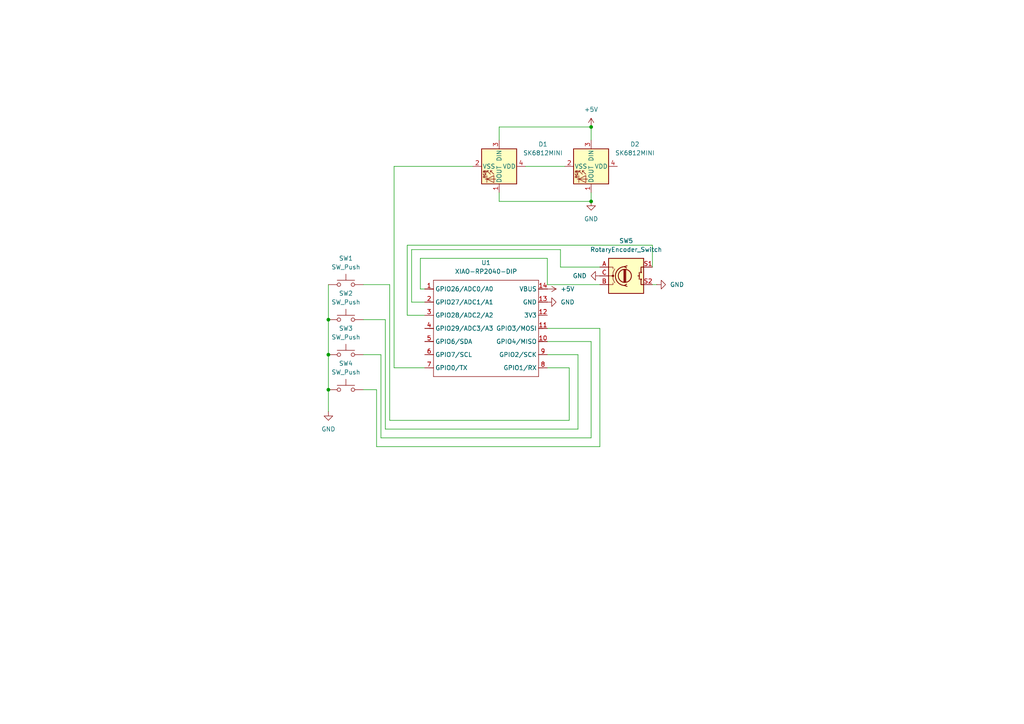
<source format=kicad_sch>
(kicad_sch
	(version 20250114)
	(generator "eeschema")
	(generator_version "9.0")
	(uuid "016a2a0e-5323-46f5-aa6c-36f246300016")
	(paper "A4")
	(lib_symbols
		(symbol "Device:RotaryEncoder_Switch"
			(pin_names
				(offset 0.254)
				(hide yes)
			)
			(exclude_from_sim no)
			(in_bom yes)
			(on_board yes)
			(property "Reference" "SW"
				(at 0 6.604 0)
				(effects
					(font
						(size 1.27 1.27)
					)
				)
			)
			(property "Value" "RotaryEncoder_Switch"
				(at 0 -6.604 0)
				(effects
					(font
						(size 1.27 1.27)
					)
				)
			)
			(property "Footprint" ""
				(at -3.81 4.064 0)
				(effects
					(font
						(size 1.27 1.27)
					)
					(hide yes)
				)
			)
			(property "Datasheet" "~"
				(at 0 6.604 0)
				(effects
					(font
						(size 1.27 1.27)
					)
					(hide yes)
				)
			)
			(property "Description" "Rotary encoder, dual channel, incremental quadrate outputs, with switch"
				(at 0 0 0)
				(effects
					(font
						(size 1.27 1.27)
					)
					(hide yes)
				)
			)
			(property "ki_keywords" "rotary switch encoder switch push button"
				(at 0 0 0)
				(effects
					(font
						(size 1.27 1.27)
					)
					(hide yes)
				)
			)
			(property "ki_fp_filters" "RotaryEncoder*Switch*"
				(at 0 0 0)
				(effects
					(font
						(size 1.27 1.27)
					)
					(hide yes)
				)
			)
			(symbol "RotaryEncoder_Switch_0_1"
				(rectangle
					(start -5.08 5.08)
					(end 5.08 -5.08)
					(stroke
						(width 0.254)
						(type default)
					)
					(fill
						(type background)
					)
				)
				(polyline
					(pts
						(xy -5.08 2.54) (xy -3.81 2.54) (xy -3.81 2.032)
					)
					(stroke
						(width 0)
						(type default)
					)
					(fill
						(type none)
					)
				)
				(polyline
					(pts
						(xy -5.08 0) (xy -3.81 0) (xy -3.81 -1.016) (xy -3.302 -2.032)
					)
					(stroke
						(width 0)
						(type default)
					)
					(fill
						(type none)
					)
				)
				(polyline
					(pts
						(xy -5.08 -2.54) (xy -3.81 -2.54) (xy -3.81 -2.032)
					)
					(stroke
						(width 0)
						(type default)
					)
					(fill
						(type none)
					)
				)
				(polyline
					(pts
						(xy -4.318 0) (xy -3.81 0) (xy -3.81 1.016) (xy -3.302 2.032)
					)
					(stroke
						(width 0)
						(type default)
					)
					(fill
						(type none)
					)
				)
				(circle
					(center -3.81 0)
					(radius 0.254)
					(stroke
						(width 0)
						(type default)
					)
					(fill
						(type outline)
					)
				)
				(polyline
					(pts
						(xy -0.635 -1.778) (xy -0.635 1.778)
					)
					(stroke
						(width 0.254)
						(type default)
					)
					(fill
						(type none)
					)
				)
				(circle
					(center -0.381 0)
					(radius 1.905)
					(stroke
						(width 0.254)
						(type default)
					)
					(fill
						(type none)
					)
				)
				(polyline
					(pts
						(xy -0.381 -1.778) (xy -0.381 1.778)
					)
					(stroke
						(width 0.254)
						(type default)
					)
					(fill
						(type none)
					)
				)
				(arc
					(start -0.381 -2.794)
					(mid -3.0988 -0.0635)
					(end -0.381 2.667)
					(stroke
						(width 0.254)
						(type default)
					)
					(fill
						(type none)
					)
				)
				(polyline
					(pts
						(xy -0.127 1.778) (xy -0.127 -1.778)
					)
					(stroke
						(width 0.254)
						(type default)
					)
					(fill
						(type none)
					)
				)
				(polyline
					(pts
						(xy 0.254 2.921) (xy -0.508 2.667) (xy 0.127 2.286)
					)
					(stroke
						(width 0.254)
						(type default)
					)
					(fill
						(type none)
					)
				)
				(polyline
					(pts
						(xy 0.254 -3.048) (xy -0.508 -2.794) (xy 0.127 -2.413)
					)
					(stroke
						(width 0.254)
						(type default)
					)
					(fill
						(type none)
					)
				)
				(polyline
					(pts
						(xy 3.81 1.016) (xy 3.81 -1.016)
					)
					(stroke
						(width 0.254)
						(type default)
					)
					(fill
						(type none)
					)
				)
				(polyline
					(pts
						(xy 3.81 0) (xy 3.429 0)
					)
					(stroke
						(width 0.254)
						(type default)
					)
					(fill
						(type none)
					)
				)
				(circle
					(center 4.318 1.016)
					(radius 0.127)
					(stroke
						(width 0.254)
						(type default)
					)
					(fill
						(type none)
					)
				)
				(circle
					(center 4.318 -1.016)
					(radius 0.127)
					(stroke
						(width 0.254)
						(type default)
					)
					(fill
						(type none)
					)
				)
				(polyline
					(pts
						(xy 5.08 2.54) (xy 4.318 2.54) (xy 4.318 1.016)
					)
					(stroke
						(width 0.254)
						(type default)
					)
					(fill
						(type none)
					)
				)
				(polyline
					(pts
						(xy 5.08 -2.54) (xy 4.318 -2.54) (xy 4.318 -1.016)
					)
					(stroke
						(width 0.254)
						(type default)
					)
					(fill
						(type none)
					)
				)
			)
			(symbol "RotaryEncoder_Switch_1_1"
				(pin passive line
					(at -7.62 2.54 0)
					(length 2.54)
					(name "A"
						(effects
							(font
								(size 1.27 1.27)
							)
						)
					)
					(number "A"
						(effects
							(font
								(size 1.27 1.27)
							)
						)
					)
				)
				(pin passive line
					(at -7.62 0 0)
					(length 2.54)
					(name "C"
						(effects
							(font
								(size 1.27 1.27)
							)
						)
					)
					(number "C"
						(effects
							(font
								(size 1.27 1.27)
							)
						)
					)
				)
				(pin passive line
					(at -7.62 -2.54 0)
					(length 2.54)
					(name "B"
						(effects
							(font
								(size 1.27 1.27)
							)
						)
					)
					(number "B"
						(effects
							(font
								(size 1.27 1.27)
							)
						)
					)
				)
				(pin passive line
					(at 7.62 2.54 180)
					(length 2.54)
					(name "S1"
						(effects
							(font
								(size 1.27 1.27)
							)
						)
					)
					(number "S1"
						(effects
							(font
								(size 1.27 1.27)
							)
						)
					)
				)
				(pin passive line
					(at 7.62 -2.54 180)
					(length 2.54)
					(name "S2"
						(effects
							(font
								(size 1.27 1.27)
							)
						)
					)
					(number "S2"
						(effects
							(font
								(size 1.27 1.27)
							)
						)
					)
				)
			)
			(embedded_fonts no)
		)
		(symbol "LED:SK6812MINI"
			(pin_names
				(offset 0.254)
			)
			(exclude_from_sim no)
			(in_bom yes)
			(on_board yes)
			(property "Reference" "D"
				(at 5.08 5.715 0)
				(effects
					(font
						(size 1.27 1.27)
					)
					(justify right bottom)
				)
			)
			(property "Value" "SK6812MINI"
				(at 1.27 -5.715 0)
				(effects
					(font
						(size 1.27 1.27)
					)
					(justify left top)
				)
			)
			(property "Footprint" "LED_SMD:LED_SK6812MINI_PLCC4_3.5x3.5mm_P1.75mm"
				(at 1.27 -7.62 0)
				(effects
					(font
						(size 1.27 1.27)
					)
					(justify left top)
					(hide yes)
				)
			)
			(property "Datasheet" "https://cdn-shop.adafruit.com/product-files/2686/SK6812MINI_REV.01-1-2.pdf"
				(at 2.54 -9.525 0)
				(effects
					(font
						(size 1.27 1.27)
					)
					(justify left top)
					(hide yes)
				)
			)
			(property "Description" "RGB LED with integrated controller"
				(at 0 0 0)
				(effects
					(font
						(size 1.27 1.27)
					)
					(hide yes)
				)
			)
			(property "ki_keywords" "RGB LED NeoPixel Mini addressable"
				(at 0 0 0)
				(effects
					(font
						(size 1.27 1.27)
					)
					(hide yes)
				)
			)
			(property "ki_fp_filters" "LED*SK6812MINI*PLCC*3.5x3.5mm*P1.75mm*"
				(at 0 0 0)
				(effects
					(font
						(size 1.27 1.27)
					)
					(hide yes)
				)
			)
			(symbol "SK6812MINI_0_0"
				(text "RGB"
					(at 2.286 -4.191 0)
					(effects
						(font
							(size 0.762 0.762)
						)
					)
				)
			)
			(symbol "SK6812MINI_0_1"
				(polyline
					(pts
						(xy 1.27 -2.54) (xy 1.778 -2.54)
					)
					(stroke
						(width 0)
						(type default)
					)
					(fill
						(type none)
					)
				)
				(polyline
					(pts
						(xy 1.27 -3.556) (xy 1.778 -3.556)
					)
					(stroke
						(width 0)
						(type default)
					)
					(fill
						(type none)
					)
				)
				(polyline
					(pts
						(xy 2.286 -1.524) (xy 1.27 -2.54) (xy 1.27 -2.032)
					)
					(stroke
						(width 0)
						(type default)
					)
					(fill
						(type none)
					)
				)
				(polyline
					(pts
						(xy 2.286 -2.54) (xy 1.27 -3.556) (xy 1.27 -3.048)
					)
					(stroke
						(width 0)
						(type default)
					)
					(fill
						(type none)
					)
				)
				(polyline
					(pts
						(xy 3.683 -1.016) (xy 3.683 -3.556) (xy 3.683 -4.064)
					)
					(stroke
						(width 0)
						(type default)
					)
					(fill
						(type none)
					)
				)
				(polyline
					(pts
						(xy 4.699 -1.524) (xy 2.667 -1.524) (xy 3.683 -3.556) (xy 4.699 -1.524)
					)
					(stroke
						(width 0)
						(type default)
					)
					(fill
						(type none)
					)
				)
				(polyline
					(pts
						(xy 4.699 -3.556) (xy 2.667 -3.556)
					)
					(stroke
						(width 0)
						(type default)
					)
					(fill
						(type none)
					)
				)
				(rectangle
					(start 5.08 5.08)
					(end -5.08 -5.08)
					(stroke
						(width 0.254)
						(type default)
					)
					(fill
						(type background)
					)
				)
			)
			(symbol "SK6812MINI_1_1"
				(pin input line
					(at -7.62 0 0)
					(length 2.54)
					(name "DIN"
						(effects
							(font
								(size 1.27 1.27)
							)
						)
					)
					(number "3"
						(effects
							(font
								(size 1.27 1.27)
							)
						)
					)
				)
				(pin power_in line
					(at 0 7.62 270)
					(length 2.54)
					(name "VDD"
						(effects
							(font
								(size 1.27 1.27)
							)
						)
					)
					(number "4"
						(effects
							(font
								(size 1.27 1.27)
							)
						)
					)
				)
				(pin power_in line
					(at 0 -7.62 90)
					(length 2.54)
					(name "VSS"
						(effects
							(font
								(size 1.27 1.27)
							)
						)
					)
					(number "2"
						(effects
							(font
								(size 1.27 1.27)
							)
						)
					)
				)
				(pin output line
					(at 7.62 0 180)
					(length 2.54)
					(name "DOUT"
						(effects
							(font
								(size 1.27 1.27)
							)
						)
					)
					(number "1"
						(effects
							(font
								(size 1.27 1.27)
							)
						)
					)
				)
			)
			(embedded_fonts no)
		)
		(symbol "OPL Library:XIAO-RP2040-DIP"
			(exclude_from_sim no)
			(in_bom yes)
			(on_board yes)
			(property "Reference" "U"
				(at 0 0 0)
				(effects
					(font
						(size 1.27 1.27)
					)
				)
			)
			(property "Value" "XIAO-RP2040-DIP"
				(at 5.334 -1.778 0)
				(effects
					(font
						(size 1.27 1.27)
					)
				)
			)
			(property "Footprint" "Module:MOUDLE14P-XIAO-DIP-SMD"
				(at 14.478 -32.258 0)
				(effects
					(font
						(size 1.27 1.27)
					)
					(hide yes)
				)
			)
			(property "Datasheet" ""
				(at 0 0 0)
				(effects
					(font
						(size 1.27 1.27)
					)
					(hide yes)
				)
			)
			(property "Description" ""
				(at 0 0 0)
				(effects
					(font
						(size 1.27 1.27)
					)
					(hide yes)
				)
			)
			(symbol "XIAO-RP2040-DIP_1_0"
				(polyline
					(pts
						(xy -1.27 -2.54) (xy 29.21 -2.54)
					)
					(stroke
						(width 0.1524)
						(type solid)
					)
					(fill
						(type none)
					)
				)
				(polyline
					(pts
						(xy -1.27 -5.08) (xy -2.54 -5.08)
					)
					(stroke
						(width 0.1524)
						(type solid)
					)
					(fill
						(type none)
					)
				)
				(polyline
					(pts
						(xy -1.27 -5.08) (xy -1.27 -2.54)
					)
					(stroke
						(width 0.1524)
						(type solid)
					)
					(fill
						(type none)
					)
				)
				(polyline
					(pts
						(xy -1.27 -8.89) (xy -2.54 -8.89)
					)
					(stroke
						(width 0.1524)
						(type solid)
					)
					(fill
						(type none)
					)
				)
				(polyline
					(pts
						(xy -1.27 -8.89) (xy -1.27 -5.08)
					)
					(stroke
						(width 0.1524)
						(type solid)
					)
					(fill
						(type none)
					)
				)
				(polyline
					(pts
						(xy -1.27 -12.7) (xy -2.54 -12.7)
					)
					(stroke
						(width 0.1524)
						(type solid)
					)
					(fill
						(type none)
					)
				)
				(polyline
					(pts
						(xy -1.27 -12.7) (xy -1.27 -8.89)
					)
					(stroke
						(width 0.1524)
						(type solid)
					)
					(fill
						(type none)
					)
				)
				(polyline
					(pts
						(xy -1.27 -16.51) (xy -2.54 -16.51)
					)
					(stroke
						(width 0.1524)
						(type solid)
					)
					(fill
						(type none)
					)
				)
				(polyline
					(pts
						(xy -1.27 -16.51) (xy -1.27 -12.7)
					)
					(stroke
						(width 0.1524)
						(type solid)
					)
					(fill
						(type none)
					)
				)
				(polyline
					(pts
						(xy -1.27 -20.32) (xy -2.54 -20.32)
					)
					(stroke
						(width 0.1524)
						(type solid)
					)
					(fill
						(type none)
					)
				)
				(polyline
					(pts
						(xy -1.27 -24.13) (xy -2.54 -24.13)
					)
					(stroke
						(width 0.1524)
						(type solid)
					)
					(fill
						(type none)
					)
				)
				(polyline
					(pts
						(xy -1.27 -27.94) (xy -2.54 -27.94)
					)
					(stroke
						(width 0.1524)
						(type solid)
					)
					(fill
						(type none)
					)
				)
				(polyline
					(pts
						(xy -1.27 -30.48) (xy -1.27 -16.51)
					)
					(stroke
						(width 0.1524)
						(type solid)
					)
					(fill
						(type none)
					)
				)
				(polyline
					(pts
						(xy 29.21 -2.54) (xy 29.21 -5.08)
					)
					(stroke
						(width 0.1524)
						(type solid)
					)
					(fill
						(type none)
					)
				)
				(polyline
					(pts
						(xy 29.21 -5.08) (xy 29.21 -8.89)
					)
					(stroke
						(width 0.1524)
						(type solid)
					)
					(fill
						(type none)
					)
				)
				(polyline
					(pts
						(xy 29.21 -8.89) (xy 29.21 -12.7)
					)
					(stroke
						(width 0.1524)
						(type solid)
					)
					(fill
						(type none)
					)
				)
				(polyline
					(pts
						(xy 29.21 -12.7) (xy 29.21 -30.48)
					)
					(stroke
						(width 0.1524)
						(type solid)
					)
					(fill
						(type none)
					)
				)
				(polyline
					(pts
						(xy 29.21 -30.48) (xy -1.27 -30.48)
					)
					(stroke
						(width 0.1524)
						(type solid)
					)
					(fill
						(type none)
					)
				)
				(polyline
					(pts
						(xy 30.48 -5.08) (xy 29.21 -5.08)
					)
					(stroke
						(width 0.1524)
						(type solid)
					)
					(fill
						(type none)
					)
				)
				(polyline
					(pts
						(xy 30.48 -8.89) (xy 29.21 -8.89)
					)
					(stroke
						(width 0.1524)
						(type solid)
					)
					(fill
						(type none)
					)
				)
				(polyline
					(pts
						(xy 30.48 -12.7) (xy 29.21 -12.7)
					)
					(stroke
						(width 0.1524)
						(type solid)
					)
					(fill
						(type none)
					)
				)
				(polyline
					(pts
						(xy 30.48 -16.51) (xy 29.21 -16.51)
					)
					(stroke
						(width 0.1524)
						(type solid)
					)
					(fill
						(type none)
					)
				)
				(polyline
					(pts
						(xy 30.48 -20.32) (xy 29.21 -20.32)
					)
					(stroke
						(width 0.1524)
						(type solid)
					)
					(fill
						(type none)
					)
				)
				(polyline
					(pts
						(xy 30.48 -24.13) (xy 29.21 -24.13)
					)
					(stroke
						(width 0.1524)
						(type solid)
					)
					(fill
						(type none)
					)
				)
				(polyline
					(pts
						(xy 30.48 -27.94) (xy 29.21 -27.94)
					)
					(stroke
						(width 0.1524)
						(type solid)
					)
					(fill
						(type none)
					)
				)
				(pin passive line
					(at -3.81 -5.08 0)
					(length 2.54)
					(name "GPIO26/ADC0/A0"
						(effects
							(font
								(size 1.27 1.27)
							)
						)
					)
					(number "1"
						(effects
							(font
								(size 1.27 1.27)
							)
						)
					)
				)
				(pin passive line
					(at -3.81 -8.89 0)
					(length 2.54)
					(name "GPIO27/ADC1/A1"
						(effects
							(font
								(size 1.27 1.27)
							)
						)
					)
					(number "2"
						(effects
							(font
								(size 1.27 1.27)
							)
						)
					)
				)
				(pin passive line
					(at -3.81 -12.7 0)
					(length 2.54)
					(name "GPIO28/ADC2/A2"
						(effects
							(font
								(size 1.27 1.27)
							)
						)
					)
					(number "3"
						(effects
							(font
								(size 1.27 1.27)
							)
						)
					)
				)
				(pin passive line
					(at -3.81 -16.51 0)
					(length 2.54)
					(name "GPIO29/ADC3/A3"
						(effects
							(font
								(size 1.27 1.27)
							)
						)
					)
					(number "4"
						(effects
							(font
								(size 1.27 1.27)
							)
						)
					)
				)
				(pin passive line
					(at -3.81 -20.32 0)
					(length 2.54)
					(name "GPIO6/SDA"
						(effects
							(font
								(size 1.27 1.27)
							)
						)
					)
					(number "5"
						(effects
							(font
								(size 1.27 1.27)
							)
						)
					)
				)
				(pin passive line
					(at -3.81 -24.13 0)
					(length 2.54)
					(name "GPIO7/SCL"
						(effects
							(font
								(size 1.27 1.27)
							)
						)
					)
					(number "6"
						(effects
							(font
								(size 1.27 1.27)
							)
						)
					)
				)
				(pin passive line
					(at -3.81 -27.94 0)
					(length 2.54)
					(name "GPIO0/TX"
						(effects
							(font
								(size 1.27 1.27)
							)
						)
					)
					(number "7"
						(effects
							(font
								(size 1.27 1.27)
							)
						)
					)
				)
				(pin passive line
					(at 31.75 -5.08 180)
					(length 2.54)
					(name "VBUS"
						(effects
							(font
								(size 1.27 1.27)
							)
						)
					)
					(number "14"
						(effects
							(font
								(size 1.27 1.27)
							)
						)
					)
				)
				(pin passive line
					(at 31.75 -8.89 180)
					(length 2.54)
					(name "GND"
						(effects
							(font
								(size 1.27 1.27)
							)
						)
					)
					(number "13"
						(effects
							(font
								(size 1.27 1.27)
							)
						)
					)
				)
				(pin passive line
					(at 31.75 -12.7 180)
					(length 2.54)
					(name "3V3"
						(effects
							(font
								(size 1.27 1.27)
							)
						)
					)
					(number "12"
						(effects
							(font
								(size 1.27 1.27)
							)
						)
					)
				)
				(pin passive line
					(at 31.75 -16.51 180)
					(length 2.54)
					(name "GPIO3/MOSI"
						(effects
							(font
								(size 1.27 1.27)
							)
						)
					)
					(number "11"
						(effects
							(font
								(size 1.27 1.27)
							)
						)
					)
				)
				(pin passive line
					(at 31.75 -20.32 180)
					(length 2.54)
					(name "GPIO4/MISO"
						(effects
							(font
								(size 1.27 1.27)
							)
						)
					)
					(number "10"
						(effects
							(font
								(size 1.27 1.27)
							)
						)
					)
				)
				(pin passive line
					(at 31.75 -24.13 180)
					(length 2.54)
					(name "GPIO2/SCK"
						(effects
							(font
								(size 1.27 1.27)
							)
						)
					)
					(number "9"
						(effects
							(font
								(size 1.27 1.27)
							)
						)
					)
				)
				(pin passive line
					(at 31.75 -27.94 180)
					(length 2.54)
					(name "GPIO1/RX"
						(effects
							(font
								(size 1.27 1.27)
							)
						)
					)
					(number "8"
						(effects
							(font
								(size 1.27 1.27)
							)
						)
					)
				)
			)
			(embedded_fonts no)
		)
		(symbol "Switch:SW_Push"
			(pin_numbers
				(hide yes)
			)
			(pin_names
				(offset 1.016)
				(hide yes)
			)
			(exclude_from_sim no)
			(in_bom yes)
			(on_board yes)
			(property "Reference" "SW"
				(at 1.27 2.54 0)
				(effects
					(font
						(size 1.27 1.27)
					)
					(justify left)
				)
			)
			(property "Value" "SW_Push"
				(at 0 -1.524 0)
				(effects
					(font
						(size 1.27 1.27)
					)
				)
			)
			(property "Footprint" ""
				(at 0 5.08 0)
				(effects
					(font
						(size 1.27 1.27)
					)
					(hide yes)
				)
			)
			(property "Datasheet" "~"
				(at 0 5.08 0)
				(effects
					(font
						(size 1.27 1.27)
					)
					(hide yes)
				)
			)
			(property "Description" "Push button switch, generic, two pins"
				(at 0 0 0)
				(effects
					(font
						(size 1.27 1.27)
					)
					(hide yes)
				)
			)
			(property "ki_keywords" "switch normally-open pushbutton push-button"
				(at 0 0 0)
				(effects
					(font
						(size 1.27 1.27)
					)
					(hide yes)
				)
			)
			(symbol "SW_Push_0_1"
				(circle
					(center -2.032 0)
					(radius 0.508)
					(stroke
						(width 0)
						(type default)
					)
					(fill
						(type none)
					)
				)
				(polyline
					(pts
						(xy 0 1.27) (xy 0 3.048)
					)
					(stroke
						(width 0)
						(type default)
					)
					(fill
						(type none)
					)
				)
				(circle
					(center 2.032 0)
					(radius 0.508)
					(stroke
						(width 0)
						(type default)
					)
					(fill
						(type none)
					)
				)
				(polyline
					(pts
						(xy 2.54 1.27) (xy -2.54 1.27)
					)
					(stroke
						(width 0)
						(type default)
					)
					(fill
						(type none)
					)
				)
				(pin passive line
					(at -5.08 0 0)
					(length 2.54)
					(name "1"
						(effects
							(font
								(size 1.27 1.27)
							)
						)
					)
					(number "1"
						(effects
							(font
								(size 1.27 1.27)
							)
						)
					)
				)
				(pin passive line
					(at 5.08 0 180)
					(length 2.54)
					(name "2"
						(effects
							(font
								(size 1.27 1.27)
							)
						)
					)
					(number "2"
						(effects
							(font
								(size 1.27 1.27)
							)
						)
					)
				)
			)
			(embedded_fonts no)
		)
		(symbol "power:+5V"
			(power)
			(pin_numbers
				(hide yes)
			)
			(pin_names
				(offset 0)
				(hide yes)
			)
			(exclude_from_sim no)
			(in_bom yes)
			(on_board yes)
			(property "Reference" "#PWR"
				(at 0 -3.81 0)
				(effects
					(font
						(size 1.27 1.27)
					)
					(hide yes)
				)
			)
			(property "Value" "+5V"
				(at 0 3.556 0)
				(effects
					(font
						(size 1.27 1.27)
					)
				)
			)
			(property "Footprint" ""
				(at 0 0 0)
				(effects
					(font
						(size 1.27 1.27)
					)
					(hide yes)
				)
			)
			(property "Datasheet" ""
				(at 0 0 0)
				(effects
					(font
						(size 1.27 1.27)
					)
					(hide yes)
				)
			)
			(property "Description" "Power symbol creates a global label with name \"+5V\""
				(at 0 0 0)
				(effects
					(font
						(size 1.27 1.27)
					)
					(hide yes)
				)
			)
			(property "ki_keywords" "global power"
				(at 0 0 0)
				(effects
					(font
						(size 1.27 1.27)
					)
					(hide yes)
				)
			)
			(symbol "+5V_0_1"
				(polyline
					(pts
						(xy -0.762 1.27) (xy 0 2.54)
					)
					(stroke
						(width 0)
						(type default)
					)
					(fill
						(type none)
					)
				)
				(polyline
					(pts
						(xy 0 2.54) (xy 0.762 1.27)
					)
					(stroke
						(width 0)
						(type default)
					)
					(fill
						(type none)
					)
				)
				(polyline
					(pts
						(xy 0 0) (xy 0 2.54)
					)
					(stroke
						(width 0)
						(type default)
					)
					(fill
						(type none)
					)
				)
			)
			(symbol "+5V_1_1"
				(pin power_in line
					(at 0 0 90)
					(length 0)
					(name "~"
						(effects
							(font
								(size 1.27 1.27)
							)
						)
					)
					(number "1"
						(effects
							(font
								(size 1.27 1.27)
							)
						)
					)
				)
			)
			(embedded_fonts no)
		)
		(symbol "power:GND"
			(power)
			(pin_numbers
				(hide yes)
			)
			(pin_names
				(offset 0)
				(hide yes)
			)
			(exclude_from_sim no)
			(in_bom yes)
			(on_board yes)
			(property "Reference" "#PWR"
				(at 0 -6.35 0)
				(effects
					(font
						(size 1.27 1.27)
					)
					(hide yes)
				)
			)
			(property "Value" "GND"
				(at 0 -3.81 0)
				(effects
					(font
						(size 1.27 1.27)
					)
				)
			)
			(property "Footprint" ""
				(at 0 0 0)
				(effects
					(font
						(size 1.27 1.27)
					)
					(hide yes)
				)
			)
			(property "Datasheet" ""
				(at 0 0 0)
				(effects
					(font
						(size 1.27 1.27)
					)
					(hide yes)
				)
			)
			(property "Description" "Power symbol creates a global label with name \"GND\" , ground"
				(at 0 0 0)
				(effects
					(font
						(size 1.27 1.27)
					)
					(hide yes)
				)
			)
			(property "ki_keywords" "global power"
				(at 0 0 0)
				(effects
					(font
						(size 1.27 1.27)
					)
					(hide yes)
				)
			)
			(symbol "GND_0_1"
				(polyline
					(pts
						(xy 0 0) (xy 0 -1.27) (xy 1.27 -1.27) (xy 0 -2.54) (xy -1.27 -1.27) (xy 0 -1.27)
					)
					(stroke
						(width 0)
						(type default)
					)
					(fill
						(type none)
					)
				)
			)
			(symbol "GND_1_1"
				(pin power_in line
					(at 0 0 270)
					(length 0)
					(name "~"
						(effects
							(font
								(size 1.27 1.27)
							)
						)
					)
					(number "1"
						(effects
							(font
								(size 1.27 1.27)
							)
						)
					)
				)
			)
			(embedded_fonts no)
		)
	)
	(junction
		(at 171.45 58.42)
		(diameter 0)
		(color 0 0 0 0)
		(uuid "2eb51b93-afa2-43f2-8f75-8c4903c54cf5")
	)
	(junction
		(at 171.45 36.83)
		(diameter 0)
		(color 0 0 0 0)
		(uuid "6522107b-eb5f-4798-b48b-53cd42ed67b3")
	)
	(junction
		(at 95.25 113.03)
		(diameter 0)
		(color 0 0 0 0)
		(uuid "a6018bc9-5773-4219-a3fa-1eb728dc20a5")
	)
	(junction
		(at 95.25 102.87)
		(diameter 0)
		(color 0 0 0 0)
		(uuid "cd17561c-b38e-44dc-8fd9-3bdb84ce9a61")
	)
	(junction
		(at 95.25 92.71)
		(diameter 0)
		(color 0 0 0 0)
		(uuid "ff9a8b61-db8c-493f-b5bc-a860d8388c40")
	)
	(wire
		(pts
			(xy 158.75 82.55) (xy 158.75 74.93)
		)
		(stroke
			(width 0)
			(type default)
		)
		(uuid "0d07e58e-5c83-4cc7-8af2-c68309e2f0a9")
	)
	(wire
		(pts
			(xy 158.75 74.93) (xy 121.92 74.93)
		)
		(stroke
			(width 0)
			(type default)
		)
		(uuid "0f1fc613-dec6-427f-8b97-5eb208ba9e3c")
	)
	(wire
		(pts
			(xy 114.3 106.68) (xy 123.19 106.68)
		)
		(stroke
			(width 0)
			(type default)
		)
		(uuid "19b8880a-4026-4cf3-8439-a3d5f4f5ad44")
	)
	(wire
		(pts
			(xy 121.92 83.82) (xy 123.19 83.82)
		)
		(stroke
			(width 0)
			(type default)
		)
		(uuid "19ee80e1-f131-4cb7-9e6f-c5429844d25c")
	)
	(wire
		(pts
			(xy 118.11 71.12) (xy 118.11 91.44)
		)
		(stroke
			(width 0)
			(type default)
		)
		(uuid "22d8ebe8-bb2b-4e17-b73f-d656a0840d25")
	)
	(wire
		(pts
			(xy 173.99 129.54) (xy 173.99 95.25)
		)
		(stroke
			(width 0)
			(type default)
		)
		(uuid "22da17af-7ca2-477b-afed-36dff9beaedc")
	)
	(wire
		(pts
			(xy 119.38 87.63) (xy 123.19 87.63)
		)
		(stroke
			(width 0)
			(type default)
		)
		(uuid "292b4646-5d56-47db-b718-7891e2346352")
	)
	(wire
		(pts
			(xy 165.1 121.92) (xy 165.1 106.68)
		)
		(stroke
			(width 0)
			(type default)
		)
		(uuid "323bc1b1-f234-4c24-acc1-b51518cd4b5f")
	)
	(wire
		(pts
			(xy 144.78 36.83) (xy 144.78 40.64)
		)
		(stroke
			(width 0)
			(type default)
		)
		(uuid "389f832a-ec11-461a-9219-05565c76a658")
	)
	(wire
		(pts
			(xy 95.25 102.87) (xy 95.25 113.03)
		)
		(stroke
			(width 0)
			(type default)
		)
		(uuid "39c0b945-00cd-4588-ae96-08c8bf064768")
	)
	(wire
		(pts
			(xy 109.22 113.03) (xy 109.22 129.54)
		)
		(stroke
			(width 0)
			(type default)
		)
		(uuid "3e4780ec-4c84-4096-af47-69d9378a0a80")
	)
	(wire
		(pts
			(xy 114.3 48.26) (xy 137.16 48.26)
		)
		(stroke
			(width 0)
			(type default)
		)
		(uuid "445ce891-9e4b-41af-8036-d84c60408e0d")
	)
	(wire
		(pts
			(xy 105.41 82.55) (xy 113.03 82.55)
		)
		(stroke
			(width 0)
			(type default)
		)
		(uuid "45e9f3f1-8f48-49c3-94b4-f906194c65b1")
	)
	(wire
		(pts
			(xy 173.99 82.55) (xy 158.75 82.55)
		)
		(stroke
			(width 0)
			(type default)
		)
		(uuid "4a6310b0-a846-4425-abe3-f94779b3ad1a")
	)
	(wire
		(pts
			(xy 171.45 58.42) (xy 144.78 58.42)
		)
		(stroke
			(width 0)
			(type default)
		)
		(uuid "59b35d76-e9aa-4d84-ab40-5942ef96d3c1")
	)
	(wire
		(pts
			(xy 95.25 92.71) (xy 95.25 102.87)
		)
		(stroke
			(width 0)
			(type default)
		)
		(uuid "61678227-7218-4b03-8bae-ba4d1c7c3cbe")
	)
	(wire
		(pts
			(xy 171.45 36.83) (xy 171.45 40.64)
		)
		(stroke
			(width 0)
			(type default)
		)
		(uuid "62ec228c-531f-4830-8b76-352378fecd5a")
	)
	(wire
		(pts
			(xy 105.41 102.87) (xy 110.49 102.87)
		)
		(stroke
			(width 0)
			(type default)
		)
		(uuid "63c6ce6f-8e18-43f8-9b43-1514ae9e88d7")
	)
	(wire
		(pts
			(xy 111.76 92.71) (xy 111.76 124.46)
		)
		(stroke
			(width 0)
			(type default)
		)
		(uuid "6b32cf48-9b20-40da-8484-4831e62ee7bd")
	)
	(wire
		(pts
			(xy 95.25 82.55) (xy 95.25 92.71)
		)
		(stroke
			(width 0)
			(type default)
		)
		(uuid "6bb649e1-d587-4efc-a820-14e8320ccf98")
	)
	(wire
		(pts
			(xy 167.64 124.46) (xy 167.64 102.87)
		)
		(stroke
			(width 0)
			(type default)
		)
		(uuid "6c4469b8-34bd-44ab-83a2-6d9d2679ca76")
	)
	(wire
		(pts
			(xy 119.38 72.39) (xy 119.38 87.63)
		)
		(stroke
			(width 0)
			(type default)
		)
		(uuid "6fc4c424-178f-4a34-885b-50c4a902cec2")
	)
	(wire
		(pts
			(xy 167.64 102.87) (xy 158.75 102.87)
		)
		(stroke
			(width 0)
			(type default)
		)
		(uuid "71a946c9-a5c4-4834-9942-9eff60a3bbf7")
	)
	(wire
		(pts
			(xy 144.78 58.42) (xy 144.78 55.88)
		)
		(stroke
			(width 0)
			(type default)
		)
		(uuid "71f314d0-5484-49d9-983a-7fb7b6591b5f")
	)
	(wire
		(pts
			(xy 189.23 71.12) (xy 118.11 71.12)
		)
		(stroke
			(width 0)
			(type default)
		)
		(uuid "7442fea8-cba8-416f-9541-6ed6e5df0fe5")
	)
	(wire
		(pts
			(xy 173.99 95.25) (xy 158.75 95.25)
		)
		(stroke
			(width 0)
			(type default)
		)
		(uuid "75c09235-934c-421e-886b-805be485fb17")
	)
	(wire
		(pts
			(xy 171.45 55.88) (xy 171.45 58.42)
		)
		(stroke
			(width 0)
			(type default)
		)
		(uuid "79a7a591-9c8c-4fa7-9e2c-9adb49f72654")
	)
	(wire
		(pts
			(xy 118.11 91.44) (xy 123.19 91.44)
		)
		(stroke
			(width 0)
			(type default)
		)
		(uuid "89e98a6e-206c-4d0b-a695-3d158c7806c4")
	)
	(wire
		(pts
			(xy 173.99 77.47) (xy 162.56 77.47)
		)
		(stroke
			(width 0)
			(type default)
		)
		(uuid "8def4ef0-758e-4d8b-b57f-f55abbd0b015")
	)
	(wire
		(pts
			(xy 110.49 127) (xy 171.45 127)
		)
		(stroke
			(width 0)
			(type default)
		)
		(uuid "8fe7d6ca-2f93-48cd-b92a-c9b1a4d231ec")
	)
	(wire
		(pts
			(xy 152.4 48.26) (xy 163.83 48.26)
		)
		(stroke
			(width 0)
			(type default)
		)
		(uuid "94ed8a30-80f2-41df-8f1d-31f83c1fa36d")
	)
	(wire
		(pts
			(xy 162.56 77.47) (xy 162.56 72.39)
		)
		(stroke
			(width 0)
			(type default)
		)
		(uuid "a3f9b616-76df-4fc5-80b8-71c29ab75b64")
	)
	(wire
		(pts
			(xy 110.49 102.87) (xy 110.49 127)
		)
		(stroke
			(width 0)
			(type default)
		)
		(uuid "ac26cadb-0681-4ab0-be2f-9c580e39f186")
	)
	(wire
		(pts
			(xy 113.03 121.92) (xy 165.1 121.92)
		)
		(stroke
			(width 0)
			(type default)
		)
		(uuid "ade80a23-7804-4146-b12d-280bf3567be2")
	)
	(wire
		(pts
			(xy 171.45 99.06) (xy 158.75 99.06)
		)
		(stroke
			(width 0)
			(type default)
		)
		(uuid "ae19df95-ef0c-49f1-ab93-98593527aba7")
	)
	(wire
		(pts
			(xy 165.1 106.68) (xy 158.75 106.68)
		)
		(stroke
			(width 0)
			(type default)
		)
		(uuid "b57d9539-3bdd-4021-8748-c8a313da9425")
	)
	(wire
		(pts
			(xy 113.03 82.55) (xy 113.03 121.92)
		)
		(stroke
			(width 0)
			(type default)
		)
		(uuid "b860b07d-c767-4069-81ac-e00e3d192ef4")
	)
	(wire
		(pts
			(xy 114.3 48.26) (xy 114.3 106.68)
		)
		(stroke
			(width 0)
			(type default)
		)
		(uuid "c160dc81-bdd1-47c0-9d4a-3b66f2b0d5cf")
	)
	(wire
		(pts
			(xy 121.92 74.93) (xy 121.92 83.82)
		)
		(stroke
			(width 0)
			(type default)
		)
		(uuid "c4efa453-f497-434e-9861-89951b7d2495")
	)
	(wire
		(pts
			(xy 111.76 124.46) (xy 167.64 124.46)
		)
		(stroke
			(width 0)
			(type default)
		)
		(uuid "c64572cc-3a73-4608-80e2-36a16aaec0de")
	)
	(wire
		(pts
			(xy 162.56 72.39) (xy 119.38 72.39)
		)
		(stroke
			(width 0)
			(type default)
		)
		(uuid "c661334d-a8b6-4991-99fd-328b2d6fe3fc")
	)
	(wire
		(pts
			(xy 189.23 77.47) (xy 189.23 71.12)
		)
		(stroke
			(width 0)
			(type default)
		)
		(uuid "caaf7fb8-c322-40e5-a9e7-4f4304670cf0")
	)
	(wire
		(pts
			(xy 95.25 113.03) (xy 95.25 119.38)
		)
		(stroke
			(width 0)
			(type default)
		)
		(uuid "d84d3fd1-4d7d-49bc-9157-b8e583800c74")
	)
	(wire
		(pts
			(xy 171.45 36.83) (xy 144.78 36.83)
		)
		(stroke
			(width 0)
			(type default)
		)
		(uuid "de9f377a-95fa-4efd-b958-5e19abad27e1")
	)
	(wire
		(pts
			(xy 105.41 113.03) (xy 109.22 113.03)
		)
		(stroke
			(width 0)
			(type default)
		)
		(uuid "e1d757ec-703a-49a0-84ba-bca54cdb844d")
	)
	(wire
		(pts
			(xy 171.45 127) (xy 171.45 99.06)
		)
		(stroke
			(width 0)
			(type default)
		)
		(uuid "e5d75822-f3f4-4c20-8255-4f3f9f4a1585")
	)
	(wire
		(pts
			(xy 109.22 129.54) (xy 173.99 129.54)
		)
		(stroke
			(width 0)
			(type default)
		)
		(uuid "e9875915-9fe8-42d8-b2bf-d9f4c909528b")
	)
	(wire
		(pts
			(xy 105.41 92.71) (xy 111.76 92.71)
		)
		(stroke
			(width 0)
			(type default)
		)
		(uuid "ec55b1a9-7735-44ba-86be-3156c738ede5")
	)
	(wire
		(pts
			(xy 189.23 82.55) (xy 190.5 82.55)
		)
		(stroke
			(width 0)
			(type default)
		)
		(uuid "fcf68ca0-520b-4adf-8da7-dd2a3f2244d1")
	)
	(symbol
		(lib_id "power:+5V")
		(at 171.45 36.83 0)
		(unit 1)
		(exclude_from_sim no)
		(in_bom yes)
		(on_board yes)
		(dnp no)
		(fields_autoplaced yes)
		(uuid "0105f3b9-8772-4e4f-a81a-73a87b6449e3")
		(property "Reference" "#PWR01"
			(at 171.45 40.64 0)
			(effects
				(font
					(size 1.27 1.27)
				)
				(hide yes)
			)
		)
		(property "Value" "+5V"
			(at 171.45 31.75 0)
			(effects
				(font
					(size 1.27 1.27)
				)
			)
		)
		(property "Footprint" ""
			(at 171.45 36.83 0)
			(effects
				(font
					(size 1.27 1.27)
				)
				(hide yes)
			)
		)
		(property "Datasheet" ""
			(at 171.45 36.83 0)
			(effects
				(font
					(size 1.27 1.27)
				)
				(hide yes)
			)
		)
		(property "Description" "Power symbol creates a global label with name \"+5V\""
			(at 171.45 36.83 0)
			(effects
				(font
					(size 1.27 1.27)
				)
				(hide yes)
			)
		)
		(pin "1"
			(uuid "6879df42-964e-441a-b202-49e998ad1afd")
		)
		(instances
			(project ""
				(path "/016a2a0e-5323-46f5-aa6c-36f246300016"
					(reference "#PWR01")
					(unit 1)
				)
			)
		)
	)
	(symbol
		(lib_id "power:+5V")
		(at 158.75 83.82 270)
		(unit 1)
		(exclude_from_sim no)
		(in_bom yes)
		(on_board yes)
		(dnp no)
		(fields_autoplaced yes)
		(uuid "1ea91c0b-6999-44d1-9a22-e78a058e3782")
		(property "Reference" "#PWR04"
			(at 154.94 83.82 0)
			(effects
				(font
					(size 1.27 1.27)
				)
				(hide yes)
			)
		)
		(property "Value" "+5V"
			(at 162.56 83.8199 90)
			(effects
				(font
					(size 1.27 1.27)
				)
				(justify left)
			)
		)
		(property "Footprint" ""
			(at 158.75 83.82 0)
			(effects
				(font
					(size 1.27 1.27)
				)
				(hide yes)
			)
		)
		(property "Datasheet" ""
			(at 158.75 83.82 0)
			(effects
				(font
					(size 1.27 1.27)
				)
				(hide yes)
			)
		)
		(property "Description" "Power symbol creates a global label with name \"+5V\""
			(at 158.75 83.82 0)
			(effects
				(font
					(size 1.27 1.27)
				)
				(hide yes)
			)
		)
		(pin "1"
			(uuid "79243541-afe7-4983-b371-00cb5703a643")
		)
		(instances
			(project "minikeyboard"
				(path "/016a2a0e-5323-46f5-aa6c-36f246300016"
					(reference "#PWR04")
					(unit 1)
				)
			)
		)
	)
	(symbol
		(lib_id "power:GND")
		(at 190.5 82.55 90)
		(unit 1)
		(exclude_from_sim no)
		(in_bom yes)
		(on_board yes)
		(dnp no)
		(fields_autoplaced yes)
		(uuid "202738b1-f02f-484b-b9e6-7e9db01d2adf")
		(property "Reference" "#PWR07"
			(at 196.85 82.55 0)
			(effects
				(font
					(size 1.27 1.27)
				)
				(hide yes)
			)
		)
		(property "Value" "GND"
			(at 194.31 82.5499 90)
			(effects
				(font
					(size 1.27 1.27)
				)
				(justify right)
			)
		)
		(property "Footprint" ""
			(at 190.5 82.55 0)
			(effects
				(font
					(size 1.27 1.27)
				)
				(hide yes)
			)
		)
		(property "Datasheet" ""
			(at 190.5 82.55 0)
			(effects
				(font
					(size 1.27 1.27)
				)
				(hide yes)
			)
		)
		(property "Description" "Power symbol creates a global label with name \"GND\" , ground"
			(at 190.5 82.55 0)
			(effects
				(font
					(size 1.27 1.27)
				)
				(hide yes)
			)
		)
		(pin "1"
			(uuid "3721780e-fc61-40b2-aad2-b582b98ca99e")
		)
		(instances
			(project "minikeyboard"
				(path "/016a2a0e-5323-46f5-aa6c-36f246300016"
					(reference "#PWR07")
					(unit 1)
				)
			)
		)
	)
	(symbol
		(lib_id "Switch:SW_Push")
		(at 100.33 92.71 0)
		(unit 1)
		(exclude_from_sim no)
		(in_bom yes)
		(on_board yes)
		(dnp no)
		(fields_autoplaced yes)
		(uuid "4a9fb49a-0f55-4b8a-a6df-eb884d2a4918")
		(property "Reference" "SW2"
			(at 100.33 85.09 0)
			(effects
				(font
					(size 1.27 1.27)
				)
			)
		)
		(property "Value" "SW_Push"
			(at 100.33 87.63 0)
			(effects
				(font
					(size 1.27 1.27)
				)
			)
		)
		(property "Footprint" "Button_Switch_Keyboard:SW_Cherry_MX_1.00u_PCB"
			(at 100.33 87.63 0)
			(effects
				(font
					(size 1.27 1.27)
				)
				(hide yes)
			)
		)
		(property "Datasheet" "~"
			(at 100.33 87.63 0)
			(effects
				(font
					(size 1.27 1.27)
				)
				(hide yes)
			)
		)
		(property "Description" "Push button switch, generic, two pins"
			(at 100.33 92.71 0)
			(effects
				(font
					(size 1.27 1.27)
				)
				(hide yes)
			)
		)
		(pin "1"
			(uuid "3b24b9e8-d66f-4850-84f2-35d3741c9abd")
		)
		(pin "2"
			(uuid "79b2f593-5b59-4ff3-8d44-ebb46b261475")
		)
		(instances
			(project "minikeyboard"
				(path "/016a2a0e-5323-46f5-aa6c-36f246300016"
					(reference "SW2")
					(unit 1)
				)
			)
		)
	)
	(symbol
		(lib_id "Switch:SW_Push")
		(at 100.33 82.55 0)
		(unit 1)
		(exclude_from_sim no)
		(in_bom yes)
		(on_board yes)
		(dnp no)
		(fields_autoplaced yes)
		(uuid "548ae06e-bce4-48f1-8b2d-e35a9554ef2b")
		(property "Reference" "SW1"
			(at 100.33 74.93 0)
			(effects
				(font
					(size 1.27 1.27)
				)
			)
		)
		(property "Value" "SW_Push"
			(at 100.33 77.47 0)
			(effects
				(font
					(size 1.27 1.27)
				)
			)
		)
		(property "Footprint" "Button_Switch_Keyboard:SW_Cherry_MX_1.00u_PCB"
			(at 100.33 77.47 0)
			(effects
				(font
					(size 1.27 1.27)
				)
				(hide yes)
			)
		)
		(property "Datasheet" "~"
			(at 100.33 77.47 0)
			(effects
				(font
					(size 1.27 1.27)
				)
				(hide yes)
			)
		)
		(property "Description" "Push button switch, generic, two pins"
			(at 100.33 82.55 0)
			(effects
				(font
					(size 1.27 1.27)
				)
				(hide yes)
			)
		)
		(pin "1"
			(uuid "42811921-a5b7-4ed4-aaf9-4cb1fdde457a")
		)
		(pin "2"
			(uuid "67a776c7-a83c-47a6-969b-3d7e5b1f21da")
		)
		(instances
			(project ""
				(path "/016a2a0e-5323-46f5-aa6c-36f246300016"
					(reference "SW1")
					(unit 1)
				)
			)
		)
	)
	(symbol
		(lib_id "LED:SK6812MINI")
		(at 144.78 48.26 270)
		(unit 1)
		(exclude_from_sim no)
		(in_bom yes)
		(on_board yes)
		(dnp no)
		(fields_autoplaced yes)
		(uuid "68fe0aaa-552b-4520-9c38-b0918f10a440")
		(property "Reference" "D1"
			(at 157.48 41.8398 90)
			(effects
				(font
					(size 1.27 1.27)
				)
			)
		)
		(property "Value" "SK6812MINI"
			(at 157.48 44.3798 90)
			(effects
				(font
					(size 1.27 1.27)
				)
			)
		)
		(property "Footprint" "ledfoot:MX_SK6812MINI-E_REV"
			(at 137.16 49.53 0)
			(effects
				(font
					(size 1.27 1.27)
				)
				(justify left top)
				(hide yes)
			)
		)
		(property "Datasheet" "https://cdn-shop.adafruit.com/product-files/2686/SK6812MINI_REV.01-1-2.pdf"
			(at 135.255 50.8 0)
			(effects
				(font
					(size 1.27 1.27)
				)
				(justify left top)
				(hide yes)
			)
		)
		(property "Description" "RGB LED with integrated controller"
			(at 144.78 48.26 0)
			(effects
				(font
					(size 1.27 1.27)
				)
				(hide yes)
			)
		)
		(pin "2"
			(uuid "1eec24e1-5a19-4183-a27e-bba8ed424d32")
		)
		(pin "4"
			(uuid "446bb05b-7eba-49fb-b838-82fdf4b59458")
		)
		(pin "3"
			(uuid "2659aa57-0105-4260-a614-83ec3cd02bf9")
		)
		(pin "1"
			(uuid "3bb8a818-bb2f-4d74-b083-451da4e109c1")
		)
		(instances
			(project ""
				(path "/016a2a0e-5323-46f5-aa6c-36f246300016"
					(reference "D1")
					(unit 1)
				)
			)
		)
	)
	(symbol
		(lib_id "Switch:SW_Push")
		(at 100.33 102.87 0)
		(unit 1)
		(exclude_from_sim no)
		(in_bom yes)
		(on_board yes)
		(dnp no)
		(fields_autoplaced yes)
		(uuid "7bc05278-d8a5-4c4d-ba65-a539d82ef907")
		(property "Reference" "SW3"
			(at 100.33 95.25 0)
			(effects
				(font
					(size 1.27 1.27)
				)
			)
		)
		(property "Value" "SW_Push"
			(at 100.33 97.79 0)
			(effects
				(font
					(size 1.27 1.27)
				)
			)
		)
		(property "Footprint" "Button_Switch_Keyboard:SW_Cherry_MX_1.00u_PCB"
			(at 100.33 97.79 0)
			(effects
				(font
					(size 1.27 1.27)
				)
				(hide yes)
			)
		)
		(property "Datasheet" "~"
			(at 100.33 97.79 0)
			(effects
				(font
					(size 1.27 1.27)
				)
				(hide yes)
			)
		)
		(property "Description" "Push button switch, generic, two pins"
			(at 100.33 102.87 0)
			(effects
				(font
					(size 1.27 1.27)
				)
				(hide yes)
			)
		)
		(pin "1"
			(uuid "98ca56a2-0446-4f22-8bca-5b04f6ab8a54")
		)
		(pin "2"
			(uuid "7f709f83-f1e5-4659-8713-04748a55c748")
		)
		(instances
			(project "minikeyboard"
				(path "/016a2a0e-5323-46f5-aa6c-36f246300016"
					(reference "SW3")
					(unit 1)
				)
			)
		)
	)
	(symbol
		(lib_id "power:GND")
		(at 158.75 87.63 90)
		(unit 1)
		(exclude_from_sim no)
		(in_bom yes)
		(on_board yes)
		(dnp no)
		(fields_autoplaced yes)
		(uuid "8953a3bc-567e-4935-bf71-bf1d6e15b3dc")
		(property "Reference" "#PWR05"
			(at 165.1 87.63 0)
			(effects
				(font
					(size 1.27 1.27)
				)
				(hide yes)
			)
		)
		(property "Value" "GND"
			(at 162.56 87.6299 90)
			(effects
				(font
					(size 1.27 1.27)
				)
				(justify right)
			)
		)
		(property "Footprint" ""
			(at 158.75 87.63 0)
			(effects
				(font
					(size 1.27 1.27)
				)
				(hide yes)
			)
		)
		(property "Datasheet" ""
			(at 158.75 87.63 0)
			(effects
				(font
					(size 1.27 1.27)
				)
				(hide yes)
			)
		)
		(property "Description" "Power symbol creates a global label with name \"GND\" , ground"
			(at 158.75 87.63 0)
			(effects
				(font
					(size 1.27 1.27)
				)
				(hide yes)
			)
		)
		(pin "1"
			(uuid "f394841c-cb5e-4875-a1c0-2075f11e5658")
		)
		(instances
			(project "minikeyboard"
				(path "/016a2a0e-5323-46f5-aa6c-36f246300016"
					(reference "#PWR05")
					(unit 1)
				)
			)
		)
	)
	(symbol
		(lib_id "OPL Library:XIAO-RP2040-DIP")
		(at 127 78.74 0)
		(unit 1)
		(exclude_from_sim no)
		(in_bom yes)
		(on_board yes)
		(dnp no)
		(fields_autoplaced yes)
		(uuid "936fa6b5-aa71-447e-a1fe-131bd89f4d98")
		(property "Reference" "U1"
			(at 140.97 76.2 0)
			(effects
				(font
					(size 1.27 1.27)
				)
			)
		)
		(property "Value" "XIAO-RP2040-DIP"
			(at 140.97 78.74 0)
			(effects
				(font
					(size 1.27 1.27)
				)
			)
		)
		(property "Footprint" "OPL Lib:XIAO-RP2040-DIP"
			(at 141.478 110.998 0)
			(effects
				(font
					(size 1.27 1.27)
				)
				(hide yes)
			)
		)
		(property "Datasheet" ""
			(at 127 78.74 0)
			(effects
				(font
					(size 1.27 1.27)
				)
				(hide yes)
			)
		)
		(property "Description" ""
			(at 127 78.74 0)
			(effects
				(font
					(size 1.27 1.27)
				)
				(hide yes)
			)
		)
		(pin "3"
			(uuid "caea9677-3b5e-4ca0-8f2a-281a57ccc834")
		)
		(pin "1"
			(uuid "eed8eacd-05e6-43a7-859e-44faba1498ef")
		)
		(pin "2"
			(uuid "669c1a20-bd0e-4a4c-9ab0-efd4ccb0af95")
		)
		(pin "4"
			(uuid "cb592d0d-33f8-4208-b2a6-29bce875b5d7")
		)
		(pin "6"
			(uuid "26df1a8c-8ff6-4693-b9ce-7275d4e4d72d")
		)
		(pin "11"
			(uuid "536ca283-2bcb-4cae-a90b-7b6d90d30021")
		)
		(pin "8"
			(uuid "db632a66-9d7f-47e0-9437-8934391f1746")
		)
		(pin "5"
			(uuid "39e5342d-2fb2-4481-9ba8-0006c7d18092")
		)
		(pin "10"
			(uuid "b0c698d9-8d37-4569-96a7-131fc375253e")
		)
		(pin "7"
			(uuid "f929daee-dd05-4815-9433-1505ea5f62a5")
		)
		(pin "13"
			(uuid "c75ed932-e901-430b-81e8-399650a5cf2c")
		)
		(pin "14"
			(uuid "1d17a09d-5b05-47df-abcc-3e1d267b296d")
		)
		(pin "9"
			(uuid "ebbf4e91-b272-4cc9-8840-2f813430bdc8")
		)
		(pin "12"
			(uuid "978f5d4d-15e3-490d-a01c-b9cbe60bb9df")
		)
		(instances
			(project ""
				(path "/016a2a0e-5323-46f5-aa6c-36f246300016"
					(reference "U1")
					(unit 1)
				)
			)
		)
	)
	(symbol
		(lib_id "Switch:SW_Push")
		(at 100.33 113.03 0)
		(unit 1)
		(exclude_from_sim no)
		(in_bom yes)
		(on_board yes)
		(dnp no)
		(fields_autoplaced yes)
		(uuid "979bb5f6-4810-4eaf-8dde-f53f7a78c636")
		(property "Reference" "SW4"
			(at 100.33 105.41 0)
			(effects
				(font
					(size 1.27 1.27)
				)
			)
		)
		(property "Value" "SW_Push"
			(at 100.33 107.95 0)
			(effects
				(font
					(size 1.27 1.27)
				)
			)
		)
		(property "Footprint" "Button_Switch_Keyboard:SW_Cherry_MX_1.00u_PCB"
			(at 100.33 107.95 0)
			(effects
				(font
					(size 1.27 1.27)
				)
				(hide yes)
			)
		)
		(property "Datasheet" "~"
			(at 100.33 107.95 0)
			(effects
				(font
					(size 1.27 1.27)
				)
				(hide yes)
			)
		)
		(property "Description" "Push button switch, generic, two pins"
			(at 100.33 113.03 0)
			(effects
				(font
					(size 1.27 1.27)
				)
				(hide yes)
			)
		)
		(pin "1"
			(uuid "4ce9b953-1719-40ca-bfe7-4c5c75e6ec44")
		)
		(pin "2"
			(uuid "6dd84e66-008a-40dd-aa36-8409a82afc19")
		)
		(instances
			(project "minikeyboard"
				(path "/016a2a0e-5323-46f5-aa6c-36f246300016"
					(reference "SW4")
					(unit 1)
				)
			)
		)
	)
	(symbol
		(lib_id "Device:RotaryEncoder_Switch")
		(at 181.61 80.01 0)
		(unit 1)
		(exclude_from_sim no)
		(in_bom yes)
		(on_board yes)
		(dnp no)
		(fields_autoplaced yes)
		(uuid "9c0a8ce6-5521-4789-9e6e-577f62efba6f")
		(property "Reference" "SW5"
			(at 181.61 69.85 0)
			(effects
				(font
					(size 1.27 1.27)
				)
			)
		)
		(property "Value" "RotaryEncoder_Switch"
			(at 181.61 72.39 0)
			(effects
				(font
					(size 1.27 1.27)
				)
			)
		)
		(property "Footprint" "Rotary_Encoder:RotaryEncoder_Alps_EC11E-Switch_Vertical_H20mm"
			(at 177.8 75.946 0)
			(effects
				(font
					(size 1.27 1.27)
				)
				(hide yes)
			)
		)
		(property "Datasheet" "~"
			(at 181.61 73.406 0)
			(effects
				(font
					(size 1.27 1.27)
				)
				(hide yes)
			)
		)
		(property "Description" "Rotary encoder, dual channel, incremental quadrate outputs, with switch"
			(at 181.61 80.01 0)
			(effects
				(font
					(size 1.27 1.27)
				)
				(hide yes)
			)
		)
		(pin "A"
			(uuid "56bc349c-e44d-4557-8faa-1ccc9cead883")
		)
		(pin "B"
			(uuid "a8e77e63-65aa-4f74-9e7d-0962d36a7f3a")
		)
		(pin "C"
			(uuid "6b84ff91-c290-4f5a-b2d9-87c0a4b70b5b")
		)
		(pin "S2"
			(uuid "19737969-3717-4420-9df9-39b0644bcc87")
		)
		(pin "S1"
			(uuid "18698da8-cd06-44d8-a4c7-77298f331ff1")
		)
		(instances
			(project ""
				(path "/016a2a0e-5323-46f5-aa6c-36f246300016"
					(reference "SW5")
					(unit 1)
				)
			)
		)
	)
	(symbol
		(lib_id "power:GND")
		(at 171.45 58.42 0)
		(unit 1)
		(exclude_from_sim no)
		(in_bom yes)
		(on_board yes)
		(dnp no)
		(fields_autoplaced yes)
		(uuid "a5ea698b-19c6-41cb-aeb5-dd5585eb6420")
		(property "Reference" "#PWR02"
			(at 171.45 64.77 0)
			(effects
				(font
					(size 1.27 1.27)
				)
				(hide yes)
			)
		)
		(property "Value" "GND"
			(at 171.45 63.5 0)
			(effects
				(font
					(size 1.27 1.27)
				)
			)
		)
		(property "Footprint" ""
			(at 171.45 58.42 0)
			(effects
				(font
					(size 1.27 1.27)
				)
				(hide yes)
			)
		)
		(property "Datasheet" ""
			(at 171.45 58.42 0)
			(effects
				(font
					(size 1.27 1.27)
				)
				(hide yes)
			)
		)
		(property "Description" "Power symbol creates a global label with name \"GND\" , ground"
			(at 171.45 58.42 0)
			(effects
				(font
					(size 1.27 1.27)
				)
				(hide yes)
			)
		)
		(pin "1"
			(uuid "18d5e952-a6cb-427c-8a76-20e51e28200e")
		)
		(instances
			(project ""
				(path "/016a2a0e-5323-46f5-aa6c-36f246300016"
					(reference "#PWR02")
					(unit 1)
				)
			)
		)
	)
	(symbol
		(lib_id "power:GND")
		(at 95.25 119.38 0)
		(unit 1)
		(exclude_from_sim no)
		(in_bom yes)
		(on_board yes)
		(dnp no)
		(fields_autoplaced yes)
		(uuid "b8c46a7b-89ad-458e-8f64-52cf48de1c05")
		(property "Reference" "#PWR03"
			(at 95.25 125.73 0)
			(effects
				(font
					(size 1.27 1.27)
				)
				(hide yes)
			)
		)
		(property "Value" "GND"
			(at 95.25 124.46 0)
			(effects
				(font
					(size 1.27 1.27)
				)
			)
		)
		(property "Footprint" ""
			(at 95.25 119.38 0)
			(effects
				(font
					(size 1.27 1.27)
				)
				(hide yes)
			)
		)
		(property "Datasheet" ""
			(at 95.25 119.38 0)
			(effects
				(font
					(size 1.27 1.27)
				)
				(hide yes)
			)
		)
		(property "Description" "Power symbol creates a global label with name \"GND\" , ground"
			(at 95.25 119.38 0)
			(effects
				(font
					(size 1.27 1.27)
				)
				(hide yes)
			)
		)
		(pin "1"
			(uuid "2fc36c9e-f83e-4d6b-bcb0-514f1d623b9c")
		)
		(instances
			(project "minikeyboard"
				(path "/016a2a0e-5323-46f5-aa6c-36f246300016"
					(reference "#PWR03")
					(unit 1)
				)
			)
		)
	)
	(symbol
		(lib_id "LED:SK6812MINI")
		(at 171.45 48.26 270)
		(unit 1)
		(exclude_from_sim no)
		(in_bom yes)
		(on_board yes)
		(dnp no)
		(fields_autoplaced yes)
		(uuid "be72f37c-34e5-403b-8d3f-29ab88ef272f")
		(property "Reference" "D2"
			(at 184.15 41.8398 90)
			(effects
				(font
					(size 1.27 1.27)
				)
			)
		)
		(property "Value" "SK6812MINI"
			(at 184.15 44.3798 90)
			(effects
				(font
					(size 1.27 1.27)
				)
			)
		)
		(property "Footprint" "ledfoot:MX_SK6812MINI-E_REV"
			(at 163.83 49.53 0)
			(effects
				(font
					(size 1.27 1.27)
				)
				(justify left top)
				(hide yes)
			)
		)
		(property "Datasheet" "https://cdn-shop.adafruit.com/product-files/2686/SK6812MINI_REV.01-1-2.pdf"
			(at 161.925 50.8 0)
			(effects
				(font
					(size 1.27 1.27)
				)
				(justify left top)
				(hide yes)
			)
		)
		(property "Description" "RGB LED with integrated controller"
			(at 171.45 48.26 0)
			(effects
				(font
					(size 1.27 1.27)
				)
				(hide yes)
			)
		)
		(pin "2"
			(uuid "8e2cbde2-7210-4dc3-a76d-8324473bc5b6")
		)
		(pin "4"
			(uuid "252e3279-f9fb-4322-977d-7889227826f5")
		)
		(pin "3"
			(uuid "4506a9eb-e67f-4b05-b699-de965710d964")
		)
		(pin "1"
			(uuid "99bdd9da-a12a-4b97-8163-d7c2213c3aae")
		)
		(instances
			(project "minikeyboard"
				(path "/016a2a0e-5323-46f5-aa6c-36f246300016"
					(reference "D2")
					(unit 1)
				)
			)
		)
	)
	(symbol
		(lib_id "power:GND")
		(at 173.99 80.01 270)
		(unit 1)
		(exclude_from_sim no)
		(in_bom yes)
		(on_board yes)
		(dnp no)
		(fields_autoplaced yes)
		(uuid "fdefb151-0728-436b-a398-6e3e46007919")
		(property "Reference" "#PWR06"
			(at 167.64 80.01 0)
			(effects
				(font
					(size 1.27 1.27)
				)
				(hide yes)
			)
		)
		(property "Value" "GND"
			(at 170.18 80.0099 90)
			(effects
				(font
					(size 1.27 1.27)
				)
				(justify right)
			)
		)
		(property "Footprint" ""
			(at 173.99 80.01 0)
			(effects
				(font
					(size 1.27 1.27)
				)
				(hide yes)
			)
		)
		(property "Datasheet" ""
			(at 173.99 80.01 0)
			(effects
				(font
					(size 1.27 1.27)
				)
				(hide yes)
			)
		)
		(property "Description" "Power symbol creates a global label with name \"GND\" , ground"
			(at 173.99 80.01 0)
			(effects
				(font
					(size 1.27 1.27)
				)
				(hide yes)
			)
		)
		(pin "1"
			(uuid "57b433fb-3304-4224-9314-aff5379389ed")
		)
		(instances
			(project "minikeyboard"
				(path "/016a2a0e-5323-46f5-aa6c-36f246300016"
					(reference "#PWR06")
					(unit 1)
				)
			)
		)
	)
	(sheet_instances
		(path "/"
			(page "1")
		)
	)
	(embedded_fonts no)
)

</source>
